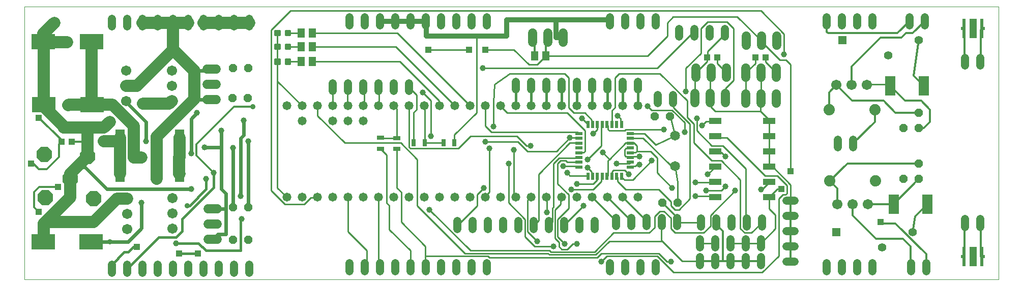
<source format=gtl>
G75*
%MOIN*%
%OFA0B0*%
%FSLAX25Y25*%
%IPPOS*%
%LPD*%
%AMOC8*
5,1,8,0,0,1.08239X$1,22.5*
%
%ADD10C,0.00000*%
%ADD11OC8,0.05200*%
%ADD12C,0.06000*%
%ADD13OC8,0.10000*%
%ADD14R,0.07900X0.04300*%
%ADD15C,0.05800*%
%ADD16C,0.06750*%
%ADD17R,0.05000X0.02200*%
%ADD18R,0.02200X0.05000*%
%ADD19C,0.06500*%
%ADD20C,0.05200*%
%ADD21R,0.15748X0.09843*%
%ADD22R,0.06181X0.11102*%
%ADD23R,0.03150X0.04724*%
%ADD24R,0.04724X0.03150*%
%ADD25R,0.05543X0.05543*%
%ADD26C,0.05543*%
%ADD27R,0.07087X0.12598*%
%ADD28C,0.07400*%
%ADD29R,0.05118X0.05906*%
%ADD30C,0.01181*%
%ADD31R,0.01969X0.12992*%
%ADD32R,0.01575X0.01969*%
%ADD33R,0.05118X0.12992*%
%ADD34R,0.03937X0.04331*%
%ADD35R,0.04331X0.03937*%
%ADD36C,0.00984*%
%ADD37C,0.03962*%
%ADD38C,0.02400*%
%ADD39C,0.01000*%
%ADD40C,0.01575*%
%ADD41C,0.01200*%
%ADD42R,0.03962X0.03962*%
%ADD43C,0.07874*%
%ADD44C,0.03569*%
%ADD45C,0.03200*%
%ADD46C,0.01600*%
D10*
X0115195Y0123933D02*
X0115195Y0302634D01*
X0753659Y0302634D01*
X0753659Y0123933D01*
X0115195Y0123933D01*
D11*
X0251967Y0149681D03*
X0261967Y0149681D03*
X0261967Y0171020D03*
X0251967Y0171020D03*
X0251573Y0242634D03*
X0261573Y0242634D03*
X0261967Y0262594D03*
X0251967Y0262594D03*
X0528089Y0230665D03*
X0538089Y0230665D03*
X0533148Y0174209D03*
X0543148Y0174209D03*
X0691396Y0189799D03*
X0701396Y0189799D03*
X0701396Y0199799D03*
X0701396Y0223264D03*
X0691396Y0223264D03*
X0701396Y0233264D03*
D12*
X0607974Y0239366D02*
X0607974Y0245366D01*
X0597974Y0245366D02*
X0597974Y0239366D01*
X0587974Y0239366D02*
X0587974Y0245366D01*
X0574510Y0245681D02*
X0574510Y0239681D01*
X0564510Y0239681D02*
X0564510Y0245681D01*
X0554510Y0245681D02*
X0554510Y0239681D01*
X0555297Y0256374D02*
X0555297Y0262374D01*
X0565297Y0262374D02*
X0565297Y0256374D01*
X0575297Y0256374D02*
X0575297Y0262374D01*
X0587974Y0262453D02*
X0587974Y0256453D01*
X0597974Y0256453D02*
X0597974Y0262453D01*
X0607974Y0262453D02*
X0607974Y0256453D01*
X0608100Y0277335D02*
X0608100Y0283335D01*
X0598100Y0283335D02*
X0598100Y0277335D01*
X0588100Y0277335D02*
X0588100Y0283335D01*
X0468112Y0285382D02*
X0468112Y0279382D01*
X0458112Y0279382D02*
X0458112Y0285382D01*
X0448112Y0285382D02*
X0448112Y0279382D01*
X0240793Y0261650D02*
X0234793Y0261650D01*
X0234793Y0251650D02*
X0240793Y0251650D01*
X0240793Y0241650D02*
X0234793Y0241650D01*
X0235581Y0169988D02*
X0241581Y0169988D01*
X0241581Y0159988D02*
X0235581Y0159988D01*
X0235581Y0149988D02*
X0241581Y0149988D01*
D13*
X0160510Y0176807D03*
X0145116Y0189878D03*
X0129014Y0177516D03*
X0128069Y0205665D03*
X0156415Y0204484D03*
D14*
X0567889Y0207634D03*
X0567889Y0217634D03*
X0567889Y0227634D03*
X0603289Y0227634D03*
X0603289Y0217634D03*
X0603289Y0207634D03*
X0603289Y0197634D03*
X0603289Y0187634D03*
X0603289Y0177634D03*
X0567889Y0177634D03*
X0567889Y0187634D03*
X0567889Y0197634D03*
D15*
X0517100Y0177862D03*
X0507100Y0177862D03*
X0497100Y0177862D03*
X0487100Y0177862D03*
X0477100Y0177862D03*
X0467100Y0177862D03*
X0457100Y0177862D03*
X0447100Y0177862D03*
X0437100Y0177862D03*
X0427100Y0177862D03*
X0417100Y0177862D03*
X0407100Y0177862D03*
X0397100Y0177862D03*
X0387100Y0177862D03*
X0377100Y0177862D03*
X0367100Y0177862D03*
X0357100Y0177862D03*
X0347100Y0177862D03*
X0337100Y0177862D03*
X0327100Y0177862D03*
X0317100Y0177862D03*
X0307100Y0177862D03*
X0297100Y0177862D03*
X0287100Y0177862D03*
X0297100Y0227862D03*
X0297100Y0237862D03*
X0287100Y0237862D03*
X0307100Y0237862D03*
X0317100Y0237862D03*
X0327100Y0237862D03*
X0337100Y0237862D03*
X0347100Y0237862D03*
X0357100Y0237862D03*
X0367100Y0237862D03*
X0377100Y0237862D03*
X0387100Y0237862D03*
X0397100Y0237862D03*
X0407100Y0237862D03*
X0417100Y0237862D03*
X0427100Y0237862D03*
X0437100Y0237862D03*
X0447100Y0237862D03*
X0457100Y0237862D03*
X0467100Y0237862D03*
X0477100Y0237862D03*
X0487100Y0237862D03*
X0497100Y0237862D03*
X0507100Y0237862D03*
X0517100Y0237862D03*
X0337100Y0227862D03*
X0327100Y0227862D03*
X0317100Y0227862D03*
D16*
X0211793Y0240941D03*
X0211793Y0250941D03*
X0211793Y0260941D03*
X0181998Y0260862D03*
X0181998Y0250862D03*
X0181998Y0240862D03*
X0182675Y0176650D03*
X0182675Y0166650D03*
X0182675Y0156650D03*
X0212085Y0157043D03*
X0212085Y0167043D03*
X0212085Y0177043D03*
X0647852Y0173146D03*
X0657852Y0173146D03*
X0667852Y0173146D03*
X0667360Y0251394D03*
X0657360Y0251394D03*
X0647360Y0251394D03*
D17*
X0512323Y0219531D03*
X0512323Y0216382D03*
X0512323Y0213232D03*
X0512323Y0210083D03*
X0512323Y0206933D03*
X0512323Y0203783D03*
X0512323Y0200634D03*
X0512323Y0197484D03*
X0478523Y0197484D03*
X0478523Y0200634D03*
X0478523Y0203783D03*
X0478523Y0206933D03*
X0478523Y0210083D03*
X0478523Y0213232D03*
X0478523Y0216382D03*
X0478523Y0219531D03*
D18*
X0484400Y0225408D03*
X0487549Y0225408D03*
X0490699Y0225408D03*
X0493848Y0225408D03*
X0496998Y0225408D03*
X0500148Y0225408D03*
X0503297Y0225408D03*
X0506447Y0225408D03*
X0506447Y0191608D03*
X0503297Y0191608D03*
X0500148Y0191608D03*
X0496998Y0191608D03*
X0493848Y0191608D03*
X0490699Y0191608D03*
X0487549Y0191608D03*
X0484400Y0191608D03*
D19*
X0541435Y0198185D03*
X0541435Y0218185D03*
D20*
X0540234Y0239443D02*
X0540234Y0244643D01*
X0530234Y0244643D02*
X0530234Y0239443D01*
X0517203Y0248302D02*
X0517203Y0253502D01*
X0507203Y0253502D02*
X0507203Y0248302D01*
X0497203Y0248302D02*
X0497203Y0253502D01*
X0487203Y0253502D02*
X0487203Y0248302D01*
X0477203Y0248302D02*
X0477203Y0253502D01*
X0467203Y0253502D02*
X0467203Y0248302D01*
X0457203Y0248302D02*
X0457203Y0253502D01*
X0447203Y0253502D02*
X0447203Y0248302D01*
X0437203Y0248302D02*
X0437203Y0253502D01*
X0367065Y0252517D02*
X0367065Y0247317D01*
X0357065Y0247317D02*
X0357065Y0252517D01*
X0347065Y0252517D02*
X0347065Y0247317D01*
X0337065Y0247317D02*
X0337065Y0252517D01*
X0327065Y0252517D02*
X0327065Y0247317D01*
X0317065Y0247317D02*
X0317065Y0252517D01*
X0328069Y0290624D02*
X0328069Y0295824D01*
X0338069Y0295824D02*
X0338069Y0290624D01*
X0348069Y0290624D02*
X0348069Y0295824D01*
X0358069Y0295824D02*
X0358069Y0290624D01*
X0368069Y0290624D02*
X0368069Y0295824D01*
X0378069Y0295824D02*
X0378069Y0290624D01*
X0388069Y0290624D02*
X0388069Y0295824D01*
X0398069Y0295824D02*
X0398069Y0290624D01*
X0408069Y0290624D02*
X0408069Y0295824D01*
X0418069Y0295824D02*
X0418069Y0290624D01*
X0498738Y0290624D02*
X0498738Y0295824D01*
X0508738Y0295824D02*
X0508738Y0290624D01*
X0518738Y0290624D02*
X0518738Y0295824D01*
X0528738Y0295824D02*
X0528738Y0290624D01*
X0544211Y0288210D02*
X0544211Y0283010D01*
X0554211Y0283010D02*
X0554211Y0288210D01*
X0564211Y0288210D02*
X0564211Y0283010D01*
X0574211Y0283010D02*
X0574211Y0288210D01*
X0640963Y0290624D02*
X0640963Y0295824D01*
X0650963Y0295824D02*
X0650963Y0290624D01*
X0660963Y0290624D02*
X0660963Y0295824D01*
X0670963Y0295824D02*
X0670963Y0290624D01*
X0695077Y0290624D02*
X0695077Y0295824D01*
X0705077Y0295824D02*
X0705077Y0290624D01*
X0731494Y0269250D02*
X0731494Y0264050D01*
X0741494Y0264050D02*
X0741494Y0269250D01*
X0658344Y0215608D02*
X0658344Y0210408D01*
X0648344Y0210408D02*
X0648344Y0215608D01*
X0619763Y0175429D02*
X0614563Y0175429D01*
X0614563Y0165429D02*
X0619763Y0165429D01*
X0619763Y0155429D02*
X0614563Y0155429D01*
X0598667Y0158538D02*
X0598667Y0163738D01*
X0588667Y0163738D02*
X0588667Y0158538D01*
X0578667Y0158538D02*
X0578667Y0163738D01*
X0568667Y0163738D02*
X0568667Y0158538D01*
X0558667Y0158538D02*
X0558667Y0163738D01*
X0542872Y0163990D02*
X0542872Y0158790D01*
X0532872Y0158790D02*
X0532872Y0163990D01*
X0522872Y0163990D02*
X0522872Y0158790D01*
X0512872Y0158790D02*
X0512872Y0163990D01*
X0502872Y0163990D02*
X0502872Y0158790D01*
X0488935Y0156766D02*
X0488935Y0161966D01*
X0478935Y0161966D02*
X0478935Y0156766D01*
X0468935Y0156766D02*
X0468935Y0161966D01*
X0458935Y0161966D02*
X0458935Y0156766D01*
X0448935Y0156766D02*
X0448935Y0161966D01*
X0438935Y0161966D02*
X0438935Y0156766D01*
X0428935Y0156766D02*
X0428935Y0161966D01*
X0418935Y0161966D02*
X0418935Y0156766D01*
X0408935Y0156766D02*
X0408935Y0161966D01*
X0398935Y0161966D02*
X0398935Y0156766D01*
X0398069Y0134407D02*
X0398069Y0129207D01*
X0388069Y0129207D02*
X0388069Y0134407D01*
X0378069Y0134407D02*
X0378069Y0129207D01*
X0368069Y0129207D02*
X0368069Y0134407D01*
X0358069Y0134407D02*
X0358069Y0129207D01*
X0348069Y0129207D02*
X0348069Y0134407D01*
X0338069Y0134407D02*
X0338069Y0129207D01*
X0328069Y0129207D02*
X0328069Y0134407D01*
X0262557Y0133423D02*
X0262557Y0128223D01*
X0252557Y0128223D02*
X0252557Y0133423D01*
X0242557Y0133423D02*
X0242557Y0128223D01*
X0232557Y0128223D02*
X0232557Y0133423D01*
X0222557Y0133423D02*
X0222557Y0128223D01*
X0212557Y0128223D02*
X0212557Y0133423D01*
X0202557Y0133423D02*
X0202557Y0128223D01*
X0192557Y0128223D02*
X0192557Y0133423D01*
X0182557Y0133423D02*
X0182557Y0128223D01*
X0172557Y0128223D02*
X0172557Y0133423D01*
X0408069Y0134407D02*
X0408069Y0129207D01*
X0418069Y0129207D02*
X0418069Y0134407D01*
X0498738Y0134407D02*
X0498738Y0129207D01*
X0508738Y0129207D02*
X0508738Y0134407D01*
X0518738Y0134407D02*
X0518738Y0129207D01*
X0528738Y0129207D02*
X0528738Y0134407D01*
X0557793Y0133144D02*
X0557793Y0138344D01*
X0567793Y0138344D02*
X0567793Y0133144D01*
X0577793Y0133144D02*
X0577793Y0138344D01*
X0577793Y0144955D02*
X0577793Y0150155D01*
X0567793Y0150155D02*
X0567793Y0144955D01*
X0557793Y0144955D02*
X0557793Y0150155D01*
X0587793Y0150155D02*
X0587793Y0144955D01*
X0597793Y0144955D02*
X0597793Y0150155D01*
X0614563Y0145429D02*
X0619763Y0145429D01*
X0619763Y0135429D02*
X0614563Y0135429D01*
X0597793Y0133144D02*
X0597793Y0138344D01*
X0587793Y0138344D02*
X0587793Y0133144D01*
X0640963Y0134407D02*
X0640963Y0129207D01*
X0650963Y0129207D02*
X0650963Y0134407D01*
X0660963Y0134407D02*
X0660963Y0129207D01*
X0670963Y0129207D02*
X0670963Y0134407D01*
X0696081Y0134407D02*
X0696081Y0129207D01*
X0706081Y0129207D02*
X0706081Y0134407D01*
X0731514Y0158243D02*
X0731514Y0163443D01*
X0741514Y0163443D02*
X0741514Y0158243D01*
X0262557Y0289640D02*
X0262557Y0294840D01*
X0252557Y0294840D02*
X0252557Y0289640D01*
X0242557Y0289640D02*
X0242557Y0294840D01*
X0232557Y0294840D02*
X0232557Y0289640D01*
X0222557Y0289640D02*
X0222557Y0294840D01*
X0212557Y0294840D02*
X0212557Y0289640D01*
X0202557Y0289640D02*
X0202557Y0294840D01*
X0192557Y0294840D02*
X0192557Y0289640D01*
X0182557Y0289640D02*
X0182557Y0294840D01*
X0172557Y0294840D02*
X0172557Y0289640D01*
D21*
X0159156Y0279642D03*
X0127659Y0279642D03*
X0128022Y0238547D03*
X0159518Y0238547D03*
X0158959Y0148539D03*
X0127463Y0148539D03*
D22*
X0177746Y0192972D03*
X0216801Y0192972D03*
X0216801Y0216831D03*
X0177746Y0216831D03*
D23*
X0370321Y0213461D03*
X0377407Y0213461D03*
X0389833Y0213461D03*
X0396919Y0213461D03*
D24*
X0359329Y0216413D03*
X0348423Y0216665D03*
X0348423Y0209579D03*
X0359329Y0209327D03*
D25*
X0647380Y0154858D03*
X0651317Y0280843D03*
D26*
X0681317Y0270843D03*
X0701317Y0280843D03*
X0697380Y0154858D03*
X0677380Y0144858D03*
D27*
X0684880Y0173146D03*
X0706927Y0173146D03*
X0704467Y0250902D03*
X0682419Y0250902D03*
D28*
X0672518Y0235154D03*
X0642518Y0235154D03*
X0643010Y0188402D03*
X0673010Y0188402D03*
D29*
X0457026Y0270587D03*
X0449545Y0270587D03*
X0303974Y0266650D03*
X0296494Y0266650D03*
X0296494Y0276492D03*
X0303974Y0276492D03*
X0303974Y0285350D03*
X0296494Y0285350D03*
D30*
X0289317Y0286728D02*
X0289317Y0283972D01*
X0286561Y0283972D01*
X0286561Y0286728D01*
X0289317Y0286728D01*
X0289317Y0285152D02*
X0286561Y0285152D01*
X0286561Y0286332D02*
X0289317Y0286332D01*
X0282411Y0286728D02*
X0282411Y0283972D01*
X0279655Y0283972D01*
X0279655Y0286728D01*
X0282411Y0286728D01*
X0282411Y0285152D02*
X0279655Y0285152D01*
X0279655Y0286332D02*
X0282411Y0286332D01*
X0282411Y0277870D02*
X0282411Y0275114D01*
X0279655Y0275114D01*
X0279655Y0277870D01*
X0282411Y0277870D01*
X0282411Y0276294D02*
X0279655Y0276294D01*
X0279655Y0277474D02*
X0282411Y0277474D01*
X0289317Y0277870D02*
X0289317Y0275114D01*
X0286561Y0275114D01*
X0286561Y0277870D01*
X0289317Y0277870D01*
X0289317Y0276294D02*
X0286561Y0276294D01*
X0286561Y0277474D02*
X0289317Y0277474D01*
X0289317Y0268028D02*
X0289317Y0265272D01*
X0286561Y0265272D01*
X0286561Y0268028D01*
X0289317Y0268028D01*
X0289317Y0266452D02*
X0286561Y0266452D01*
X0286561Y0267632D02*
X0289317Y0267632D01*
X0282411Y0268028D02*
X0282411Y0265272D01*
X0279655Y0265272D01*
X0279655Y0268028D01*
X0282411Y0268028D01*
X0282411Y0266452D02*
X0279655Y0266452D01*
X0279655Y0267632D02*
X0282411Y0267632D01*
X0731301Y0267028D02*
X0731301Y0287583D01*
X0742026Y0287583D02*
X0742026Y0267028D01*
X0742026Y0160382D02*
X0742026Y0138933D01*
X0731301Y0138933D02*
X0731301Y0160382D01*
D31*
X0730844Y0138697D03*
X0742656Y0138697D03*
X0742656Y0288303D03*
X0730844Y0288303D03*
D32*
X0729467Y0288303D03*
X0744033Y0288303D03*
X0744033Y0138697D03*
X0729467Y0138697D03*
D33*
X0736750Y0138697D03*
X0736750Y0288303D03*
D34*
X0600825Y0269602D03*
X0594132Y0269602D03*
X0569329Y0269602D03*
X0562636Y0269602D03*
D35*
X0146100Y0213992D03*
X0139407Y0213992D03*
D36*
X0281033Y0183929D02*
X0287100Y0177862D01*
X0281033Y0183929D02*
X0281033Y0253929D01*
X0297100Y0237862D01*
X0281033Y0253929D02*
X0281033Y0266650D01*
X0281033Y0276492D01*
X0281033Y0285350D01*
X0287939Y0285350D02*
X0296494Y0285350D01*
X0303974Y0285350D02*
X0359612Y0285350D01*
X0407100Y0237862D01*
X0411455Y0233185D02*
X0411455Y0283382D01*
X0406533Y0274524D02*
X0379959Y0274524D01*
X0361258Y0266650D02*
X0303974Y0266650D01*
X0296494Y0266650D02*
X0287939Y0266650D01*
X0287939Y0276492D02*
X0296494Y0276492D01*
X0303974Y0276492D02*
X0358470Y0276492D01*
X0397100Y0237862D01*
X0387100Y0237862D02*
X0386848Y0238114D01*
X0386848Y0241059D01*
X0361258Y0266650D01*
X0367065Y0249917D02*
X0372085Y0244898D01*
X0372085Y0235154D01*
X0370321Y0233390D01*
X0370321Y0213461D01*
X0377407Y0213461D02*
X0389833Y0213461D01*
X0396919Y0213461D02*
X0396919Y0218650D01*
X0411455Y0233185D01*
X0417100Y0237862D02*
X0417100Y0224587D01*
X0421297Y0220390D01*
X0477665Y0220390D01*
X0478523Y0219531D01*
X0512323Y0219531D02*
X0512449Y0219406D01*
X0521691Y0219406D01*
X0528817Y0212280D01*
X0541435Y0218185D01*
X0538482Y0230272D01*
X0538089Y0230665D01*
X0554510Y0242681D02*
X0554510Y0258587D01*
X0555297Y0259374D01*
X0562636Y0266713D01*
X0562636Y0269602D01*
X0563030Y0269996D01*
X0563030Y0273539D01*
X0574211Y0284720D01*
X0574211Y0285610D01*
X0582258Y0296177D02*
X0598100Y0280335D01*
X0598100Y0279807D01*
X0610274Y0267634D01*
X0614211Y0267634D01*
X0617163Y0264681D01*
X0617163Y0194799D01*
X0617163Y0185941D02*
X0605470Y0197634D01*
X0603289Y0197634D01*
X0603289Y0207634D01*
X0603289Y0217634D01*
X0603289Y0227634D01*
X0603289Y0228359D01*
X0597478Y0234169D01*
X0597478Y0241870D01*
X0597974Y0242366D01*
X0597974Y0259453D01*
X0594132Y0265610D02*
X0587974Y0259453D01*
X0587974Y0242366D01*
X0597478Y0234169D02*
X0567951Y0234169D01*
X0564998Y0237122D01*
X0564998Y0242193D01*
X0564510Y0242681D01*
X0564510Y0258587D01*
X0565297Y0259374D01*
X0569329Y0265343D02*
X0575297Y0259374D01*
X0569329Y0265343D02*
X0569329Y0269602D01*
X0594132Y0269602D02*
X0594132Y0265610D01*
X0600825Y0266602D02*
X0600825Y0269602D01*
X0600825Y0266602D02*
X0607974Y0259453D01*
X0536455Y0283382D02*
X0536455Y0292240D01*
X0540392Y0296177D01*
X0582258Y0296177D01*
X0536455Y0283382D02*
X0523659Y0270587D01*
X0457026Y0270587D01*
X0451120Y0264681D01*
X0445904Y0264681D01*
X0436061Y0274524D01*
X0417360Y0274524D01*
X0377407Y0237555D02*
X0377100Y0237862D01*
X0377407Y0237555D02*
X0377407Y0213461D01*
X0359329Y0216413D02*
X0359329Y0235634D01*
X0357100Y0237862D01*
X0359329Y0216413D02*
X0348675Y0216413D01*
X0348423Y0216665D01*
X0348423Y0209579D02*
X0352400Y0205602D01*
X0352400Y0174130D01*
X0354368Y0172161D01*
X0354368Y0156413D01*
X0368069Y0142713D01*
X0368069Y0131807D01*
X0377990Y0131886D02*
X0378069Y0131807D01*
X0377990Y0131886D02*
X0377990Y0139126D01*
X0377990Y0145587D01*
X0362242Y0161335D01*
X0362242Y0181020D01*
X0359329Y0183933D01*
X0359329Y0209327D01*
X0327100Y0177862D02*
X0327100Y0155138D01*
X0339604Y0142634D01*
X0339604Y0133343D01*
X0338069Y0131807D01*
X0487100Y0177862D02*
X0502872Y0162091D01*
X0502872Y0161390D01*
X0512872Y0161390D02*
X0512872Y0162091D01*
X0497100Y0177862D01*
X0507100Y0177862D02*
X0522872Y0162091D01*
X0522872Y0161390D01*
X0532518Y0161035D02*
X0532872Y0161390D01*
X0532518Y0161035D02*
X0532518Y0149524D01*
X0532823Y0149219D01*
X0546297Y0135744D01*
X0557793Y0135744D01*
X0557793Y0147555D02*
X0567793Y0147555D01*
X0577793Y0147555D02*
X0587793Y0147555D01*
X0597793Y0147555D01*
X0607321Y0157083D01*
X0607321Y0166256D01*
X0603289Y0170288D01*
X0603289Y0177634D01*
X0608643Y0182988D01*
X0611258Y0182988D01*
X0617163Y0185941D02*
X0617163Y0175429D01*
X0558667Y0161138D02*
X0543124Y0161138D01*
X0542872Y0161390D01*
X0542872Y0164484D01*
X0533148Y0174209D01*
X0543148Y0174209D02*
X0543148Y0187614D01*
X0541435Y0198185D01*
X0538482Y0198677D01*
X0520707Y0216453D01*
X0512394Y0216453D01*
X0512323Y0216382D01*
D37*
X0518262Y0204366D03*
X0526305Y0201685D03*
X0518262Y0199004D03*
X0511112Y0192748D03*
X0503069Y0199898D03*
X0494132Y0207047D03*
X0484301Y0202579D03*
X0484301Y0197217D03*
X0470896Y0193642D03*
X0468215Y0198110D03*
X0477152Y0186492D03*
X0473577Y0182917D03*
X0481620Y0172193D03*
X0457490Y0167724D03*
X0451234Y0148957D03*
X0461959Y0145382D03*
X0469108Y0147169D03*
X0477152Y0147169D03*
X0493238Y0135551D03*
X0538817Y0135551D03*
X0554904Y0178449D03*
X0562053Y0182024D03*
X0554904Y0187386D03*
X0562947Y0192748D03*
X0574565Y0184705D03*
X0580821Y0182024D03*
X0597801Y0182917D03*
X0574565Y0204366D03*
X0547754Y0220453D03*
X0559372Y0224921D03*
X0555797Y0229390D03*
X0534348Y0222240D03*
X0523624Y0237433D03*
X0503963Y0231177D03*
X0487876Y0219559D03*
X0472683Y0216878D03*
X0446766Y0211516D03*
X0436041Y0208835D03*
X0419955Y0209728D03*
X0417274Y0214197D03*
X0422636Y0224028D03*
X0381526Y0217772D03*
X0432467Y0199898D03*
X0416380Y0183811D03*
X0380632Y0169512D03*
X0261848Y0214484D03*
X0252006Y0210055D03*
X0244132Y0221374D03*
X0258896Y0228264D03*
X0228384Y0233185D03*
X0192951Y0239091D03*
X0171297Y0227280D03*
X0143738Y0238106D03*
X0167360Y0214484D03*
X0191967Y0203657D03*
X0194919Y0214484D03*
X0216573Y0203657D03*
X0224447Y0206610D03*
X0233305Y0210547D03*
X0239211Y0193815D03*
X0234289Y0189878D03*
X0224447Y0182988D03*
X0201809Y0189878D03*
X0191967Y0174130D03*
X0214604Y0147555D03*
X0257419Y0163303D03*
X0256927Y0178559D03*
X0376163Y0246370D03*
X0415486Y0262457D03*
X0480726Y0229390D03*
X0548648Y0247264D03*
X0612994Y0271394D03*
X0539711Y0183811D03*
D38*
X0261848Y0179012D02*
X0261967Y0171020D01*
X0251967Y0171020D02*
X0252006Y0178933D01*
X0252006Y0210055D01*
X0244132Y0210547D02*
X0233305Y0210547D01*
X0224447Y0206610D02*
X0224447Y0229248D01*
X0228384Y0233185D01*
X0226809Y0241650D02*
X0226415Y0242043D01*
X0226809Y0241650D02*
X0237793Y0241650D01*
X0258896Y0228264D02*
X0258896Y0218421D01*
X0256927Y0216453D01*
X0256927Y0178559D01*
X0261848Y0179012D02*
X0261848Y0214484D01*
X0244132Y0210547D02*
X0244132Y0221374D01*
X0244132Y0210547D02*
X0244132Y0182988D01*
X0247085Y0180035D01*
X0247085Y0170193D01*
X0247085Y0153461D01*
X0242053Y0153461D01*
X0238581Y0149988D01*
X0238581Y0169988D02*
X0238785Y0170193D01*
X0247085Y0170193D01*
X0224447Y0182988D02*
X0169329Y0182988D01*
X0155077Y0197240D01*
X0194919Y0214484D02*
X0194919Y0227280D01*
X0181998Y0240201D01*
X0181998Y0240862D01*
X0226415Y0260744D02*
X0236888Y0260744D01*
X0237793Y0261650D01*
X0191967Y0174130D02*
X0191967Y0157398D01*
X0183108Y0148539D01*
X0171297Y0148539D01*
X0158959Y0148539D01*
D39*
X0276963Y0182024D02*
X0276963Y0287480D01*
X0289474Y0299992D01*
X0597801Y0299992D01*
X0612994Y0284799D01*
X0612994Y0271394D01*
X0579927Y0288374D02*
X0575459Y0292843D01*
X0562947Y0292843D01*
X0558478Y0288374D01*
X0558478Y0272287D01*
X0548648Y0262457D01*
X0548648Y0247264D01*
X0549541Y0241008D02*
X0549541Y0230283D01*
X0554010Y0225815D01*
X0554010Y0213303D01*
X0565628Y0201685D01*
X0571884Y0201685D01*
X0584396Y0189173D01*
X0584396Y0157000D01*
X0587077Y0154319D01*
X0591545Y0154319D01*
X0597801Y0160575D01*
X0598667Y0161138D01*
X0588667Y0161138D02*
X0587970Y0161469D01*
X0587970Y0196323D01*
X0572778Y0211516D01*
X0565628Y0211516D01*
X0555797Y0221346D01*
X0555797Y0229390D01*
X0551329Y0225815D02*
X0540604Y0236539D01*
X0540604Y0241902D01*
X0540234Y0242043D01*
X0549541Y0241008D02*
X0531667Y0258882D01*
X0504856Y0258882D01*
X0502175Y0256201D01*
X0502175Y0236539D01*
X0500388Y0234752D01*
X0500388Y0225815D01*
X0500148Y0225408D01*
X0497707Y0224921D02*
X0496998Y0225408D01*
X0497707Y0224921D02*
X0497707Y0222240D01*
X0498600Y0221346D01*
X0508431Y0221346D01*
X0509325Y0222240D01*
X0534348Y0222240D01*
X0547754Y0220453D02*
X0547754Y0226709D01*
X0539711Y0234752D01*
X0526305Y0234752D01*
X0523624Y0237433D01*
X0505750Y0229390D02*
X0503963Y0231177D01*
X0505750Y0229390D02*
X0505750Y0225815D01*
X0506447Y0225408D01*
X0493848Y0225408D02*
X0493238Y0224921D01*
X0493238Y0211516D01*
X0484301Y0202579D01*
X0481620Y0207047D02*
X0482514Y0207941D01*
X0482514Y0221346D01*
X0470896Y0232965D01*
X0431573Y0232965D01*
X0427104Y0237433D01*
X0427100Y0237862D01*
X0422636Y0240075D02*
X0423266Y0251886D01*
X0433108Y0258776D01*
X0441404Y0258882D01*
X0469108Y0258882D01*
X0471789Y0256201D01*
X0471789Y0236539D01*
X0475364Y0232965D01*
X0482514Y0232965D01*
X0486982Y0228496D01*
X0486982Y0225815D01*
X0487549Y0225408D01*
X0490557Y0224921D02*
X0490699Y0225408D01*
X0490557Y0224921D02*
X0490557Y0222240D01*
X0487876Y0219559D01*
X0478523Y0216382D02*
X0478045Y0216878D01*
X0472683Y0216878D01*
X0463746Y0207941D01*
X0444978Y0207941D01*
X0438722Y0214197D01*
X0417274Y0214197D01*
X0419955Y0209728D02*
X0419955Y0181130D01*
X0417274Y0178449D01*
X0417100Y0177862D01*
X0411911Y0179343D02*
X0411911Y0172193D01*
X0399400Y0159681D01*
X0398935Y0159366D01*
X0407443Y0142701D02*
X0380632Y0169512D01*
X0372589Y0172193D02*
X0403868Y0140913D01*
X0458384Y0140913D01*
X0459278Y0140020D01*
X0489663Y0140020D01*
X0498600Y0148957D01*
X0532561Y0148957D01*
X0532823Y0149219D01*
X0524518Y0154319D02*
X0528093Y0157894D01*
X0528093Y0165043D01*
X0531667Y0168618D01*
X0534348Y0168618D01*
X0538817Y0164150D01*
X0538817Y0157000D01*
X0541498Y0154319D01*
X0560266Y0154319D01*
X0564734Y0158787D01*
X0564734Y0165937D01*
X0580821Y0182024D01*
X0574565Y0184705D02*
X0571884Y0182024D01*
X0562053Y0182024D01*
X0567415Y0178449D02*
X0554904Y0178449D01*
X0551329Y0176661D02*
X0551329Y0225815D01*
X0559372Y0224921D02*
X0562053Y0227602D01*
X0567415Y0227602D01*
X0567889Y0227634D01*
X0567889Y0217634D02*
X0568309Y0216878D01*
X0575459Y0216878D01*
X0600482Y0191854D01*
X0608526Y0191854D01*
X0614781Y0185598D01*
X0614781Y0180236D01*
X0613888Y0179343D01*
X0612100Y0179343D01*
X0609419Y0176661D01*
X0609419Y0139126D01*
X0598695Y0128402D01*
X0540604Y0128402D01*
X0529880Y0139126D01*
X0496813Y0139126D01*
X0493238Y0135551D01*
X0490557Y0138232D02*
X0419955Y0138232D01*
X0419061Y0139126D01*
X0377990Y0139126D01*
X0377951Y0139126D01*
X0407443Y0142701D02*
X0459278Y0142701D01*
X0460171Y0141807D01*
X0488770Y0141807D01*
X0501281Y0154319D01*
X0524518Y0154319D01*
X0530774Y0140913D02*
X0493238Y0140913D01*
X0490557Y0138232D01*
X0477152Y0147169D02*
X0474470Y0147169D01*
X0470896Y0143594D01*
X0467321Y0143594D01*
X0465533Y0145382D01*
X0465533Y0148063D01*
X0462852Y0150744D01*
X0462852Y0169512D01*
X0466427Y0173087D01*
X0466427Y0177555D01*
X0467100Y0177862D01*
X0471789Y0179343D02*
X0471789Y0170406D01*
X0464640Y0163256D01*
X0464640Y0151638D01*
X0469108Y0147169D01*
X0461959Y0145382D02*
X0449447Y0145382D01*
X0443191Y0151638D01*
X0443191Y0163256D01*
X0432467Y0173980D01*
X0432467Y0199898D01*
X0452128Y0192748D02*
X0452128Y0162362D01*
X0449447Y0159681D01*
X0448935Y0159366D01*
X0444978Y0155213D02*
X0444978Y0175768D01*
X0446766Y0177555D01*
X0447100Y0177862D01*
X0457100Y0177862D02*
X0457490Y0177555D01*
X0457490Y0167724D01*
X0461065Y0170406D02*
X0461065Y0161469D01*
X0459278Y0159681D01*
X0458935Y0159366D01*
X0468935Y0159366D02*
X0469108Y0159681D01*
X0481620Y0172193D01*
X0471789Y0179343D02*
X0464640Y0186492D01*
X0464640Y0199898D01*
X0466427Y0201685D01*
X0470002Y0201685D01*
X0470896Y0200791D01*
X0478045Y0200791D01*
X0478523Y0200634D01*
X0478045Y0198110D02*
X0478523Y0197484D01*
X0478045Y0198110D02*
X0468215Y0198110D01*
X0470896Y0193642D02*
X0472683Y0191854D01*
X0484301Y0191854D01*
X0484400Y0191608D01*
X0486982Y0191854D02*
X0486982Y0194535D01*
X0484301Y0197217D01*
X0478523Y0203783D02*
X0478045Y0203472D01*
X0465533Y0203472D01*
X0461959Y0199898D01*
X0461959Y0171299D01*
X0461065Y0170406D01*
X0473577Y0182917D02*
X0487876Y0182917D01*
X0493238Y0188280D01*
X0493238Y0190961D01*
X0493848Y0191608D01*
X0490699Y0191608D02*
X0490557Y0190961D01*
X0490557Y0189173D01*
X0487876Y0186492D01*
X0477152Y0186492D01*
X0486982Y0191854D02*
X0487549Y0191608D01*
X0496998Y0191608D02*
X0497707Y0191854D01*
X0497707Y0201685D01*
X0498600Y0202579D01*
X0494132Y0207047D01*
X0498600Y0202579D02*
X0509325Y0213303D01*
X0512006Y0213303D01*
X0512323Y0213232D01*
X0512900Y0213303D01*
X0514687Y0213303D01*
X0516474Y0211516D01*
X0516474Y0207941D01*
X0525411Y0207941D01*
X0529880Y0203472D01*
X0529880Y0193642D01*
X0539711Y0183811D01*
X0554904Y0187386D02*
X0567415Y0187386D01*
X0567889Y0187634D01*
X0562947Y0192748D02*
X0567415Y0197217D01*
X0567889Y0197634D01*
X0568309Y0207047D02*
X0567889Y0207634D01*
X0568309Y0207047D02*
X0571884Y0207047D01*
X0574565Y0204366D01*
X0598695Y0182917D02*
X0603163Y0187386D01*
X0603289Y0187634D01*
X0598695Y0182917D02*
X0597801Y0182917D01*
X0567889Y0177634D02*
X0567415Y0178449D01*
X0551329Y0176661D02*
X0544179Y0169512D01*
X0541498Y0169512D01*
X0538817Y0172193D01*
X0538817Y0174874D01*
X0530774Y0182917D01*
X0509325Y0182917D01*
X0503963Y0188280D01*
X0503963Y0190961D01*
X0503297Y0191608D01*
X0500388Y0191854D02*
X0500388Y0194535D01*
X0501281Y0195429D01*
X0508431Y0195429D01*
X0511112Y0192748D01*
X0513793Y0189173D02*
X0508431Y0189173D01*
X0506644Y0190961D01*
X0506447Y0191608D01*
X0500388Y0191854D02*
X0500148Y0191608D01*
X0503069Y0199898D02*
X0512006Y0199898D01*
X0512323Y0200634D01*
X0512900Y0198110D02*
X0512323Y0197484D01*
X0512900Y0198110D02*
X0515581Y0198110D01*
X0516474Y0199004D01*
X0518262Y0199004D01*
X0512900Y0204366D02*
X0512323Y0203783D01*
X0512006Y0204366D01*
X0509325Y0204366D01*
X0508431Y0205260D01*
X0508431Y0208835D01*
X0509325Y0209728D01*
X0512006Y0209728D01*
X0512323Y0210083D01*
X0512900Y0207047D02*
X0512323Y0206933D01*
X0512900Y0207047D02*
X0515581Y0207047D01*
X0516474Y0207941D01*
X0518262Y0204366D02*
X0512900Y0204366D01*
X0526305Y0201685D02*
X0513793Y0189173D01*
X0481620Y0207047D02*
X0478939Y0207047D01*
X0478523Y0206933D01*
X0478523Y0213232D02*
X0478045Y0213303D01*
X0472683Y0213303D01*
X0452128Y0192748D01*
X0436935Y0178449D02*
X0437100Y0177862D01*
X0436935Y0178449D02*
X0436041Y0179343D01*
X0436041Y0208835D01*
X0444085Y0211516D02*
X0437829Y0217772D01*
X0407443Y0217772D01*
X0399400Y0209728D01*
X0368120Y0209728D01*
X0367226Y0210622D01*
X0367226Y0237433D01*
X0367100Y0237862D01*
X0376163Y0246370D02*
X0381526Y0241008D01*
X0381526Y0217772D01*
X0372589Y0202579D02*
X0361864Y0213303D01*
X0325222Y0213303D01*
X0307348Y0231177D01*
X0307348Y0237433D01*
X0307100Y0237862D01*
X0317100Y0237862D02*
X0317179Y0238327D01*
X0317179Y0249051D01*
X0317065Y0249917D01*
X0327010Y0249051D02*
X0327065Y0249917D01*
X0327010Y0249051D02*
X0327010Y0238327D01*
X0327100Y0237862D01*
X0337100Y0237862D02*
X0337734Y0238327D01*
X0337734Y0249051D01*
X0337065Y0249917D01*
X0347065Y0249917D02*
X0347565Y0249051D01*
X0347565Y0238327D01*
X0347100Y0237862D01*
X0415486Y0262457D02*
X0529880Y0262457D01*
X0552222Y0284799D01*
X0554010Y0284799D01*
X0554211Y0285610D01*
X0579927Y0288374D02*
X0579927Y0254413D01*
X0574565Y0249051D01*
X0574565Y0242795D01*
X0574510Y0242681D01*
X0484400Y0225408D02*
X0484301Y0225815D01*
X0480726Y0229390D01*
X0446766Y0211516D02*
X0444085Y0211516D01*
X0422636Y0224028D02*
X0422636Y0240075D01*
X0422636Y0240114D01*
X0372589Y0202579D02*
X0372589Y0172193D01*
X0347100Y0177862D02*
X0347100Y0132776D01*
X0302880Y0177555D02*
X0298411Y0173087D01*
X0285900Y0173087D01*
X0276963Y0182024D01*
X0302880Y0177555D02*
X0306455Y0177555D01*
X0307100Y0177862D01*
X0411911Y0179343D02*
X0416380Y0183811D01*
X0444978Y0155213D02*
X0451234Y0148957D01*
X0530774Y0140913D02*
X0536136Y0135551D01*
X0538817Y0135551D01*
X0729467Y0138697D02*
X0729514Y0138933D01*
X0730407Y0138933D01*
X0730844Y0138697D01*
X0731301Y0138933D01*
X0742026Y0138933D02*
X0742656Y0138697D01*
X0742919Y0138933D01*
X0743813Y0138933D01*
X0744033Y0138697D01*
X0742026Y0160382D02*
X0741514Y0160843D01*
X0731514Y0160843D02*
X0731301Y0160382D01*
X0682419Y0250902D02*
X0681809Y0251732D01*
X0667510Y0251732D01*
X0667360Y0251394D01*
X0731301Y0267028D02*
X0731494Y0266650D01*
X0741494Y0266650D02*
X0742026Y0267028D01*
X0742026Y0287583D02*
X0742656Y0288303D01*
X0742919Y0288476D01*
X0743813Y0288476D01*
X0744033Y0288303D01*
X0731301Y0287583D02*
X0730844Y0288303D01*
X0730407Y0288476D01*
X0729514Y0288476D01*
X0729467Y0288303D01*
D40*
X0257419Y0163303D02*
X0256927Y0162319D01*
X0256927Y0142634D01*
X0234289Y0142634D01*
X0229368Y0147555D01*
X0214604Y0147555D01*
X0214604Y0151492D02*
X0203226Y0151492D01*
X0182557Y0130823D01*
X0214604Y0151492D02*
X0218541Y0155429D01*
X0218541Y0163303D01*
X0239211Y0183972D01*
X0239211Y0193815D01*
X0234289Y0189878D02*
X0234289Y0182988D01*
X0223463Y0172161D01*
X0221986Y0172161D01*
X0155077Y0197240D02*
X0152478Y0197240D01*
X0145116Y0189878D01*
X0155077Y0197240D02*
X0152124Y0200193D01*
D41*
X0137833Y0204150D02*
X0137833Y0212417D01*
X0139407Y0213992D01*
X0139407Y0215370D01*
X0124545Y0229740D01*
X0146100Y0213992D02*
X0155549Y0213992D01*
X0156533Y0213008D01*
X0137833Y0204150D02*
X0129959Y0196276D01*
X0124545Y0196276D01*
X0121100Y0199720D01*
X0119624Y0199720D01*
X0125037Y0184465D02*
X0121593Y0181020D01*
X0121593Y0171177D01*
X0124545Y0168224D01*
X0125037Y0184465D02*
X0137341Y0184465D01*
X0227892Y0205134D02*
X0239211Y0193815D01*
X0227892Y0205134D02*
X0227892Y0212516D01*
X0252498Y0237122D01*
X0264801Y0237122D01*
X0449545Y0270587D02*
X0449545Y0280949D01*
X0448112Y0282382D01*
X0457026Y0281295D02*
X0458112Y0282382D01*
X0457026Y0281295D02*
X0457026Y0270587D01*
X0640963Y0286157D02*
X0641770Y0285350D01*
X0687203Y0285350D01*
X0695077Y0293224D01*
X0692951Y0285350D02*
X0697203Y0285350D01*
X0705077Y0293224D01*
X0692951Y0285350D02*
X0689998Y0282398D01*
X0676219Y0282398D01*
X0657360Y0263539D01*
X0657360Y0251394D01*
X0647360Y0251394D02*
X0642518Y0246551D01*
X0642518Y0235154D01*
X0657695Y0241059D02*
X0647360Y0251394D01*
X0657695Y0241059D02*
X0678187Y0241059D01*
X0685982Y0233264D01*
X0701396Y0233264D01*
X0708699Y0235154D02*
X0702793Y0241059D01*
X0692262Y0241059D01*
X0682419Y0250902D01*
X0697872Y0257496D02*
X0704467Y0250902D01*
X0697872Y0257496D02*
X0701317Y0280843D01*
X0640963Y0286157D02*
X0640963Y0293224D01*
X0672518Y0235154D02*
X0672518Y0227181D01*
X0658344Y0213008D01*
X0654407Y0199799D02*
X0643010Y0188402D01*
X0647852Y0183559D01*
X0647852Y0173146D01*
X0657852Y0173146D02*
X0657852Y0165921D01*
X0673266Y0150508D01*
X0690982Y0150508D01*
X0695904Y0145587D01*
X0695904Y0131984D01*
X0696081Y0131807D01*
X0706081Y0131807D02*
X0706081Y0140331D01*
X0686061Y0160350D01*
X0677203Y0160350D01*
X0676219Y0161335D01*
X0697380Y0154858D02*
X0698856Y0165075D01*
X0706927Y0173146D01*
X0701396Y0189799D02*
X0684880Y0173283D01*
X0684880Y0173146D01*
X0667852Y0173146D01*
X0654407Y0199799D02*
X0701396Y0199799D01*
X0701396Y0223264D02*
X0704683Y0223264D01*
X0708699Y0227280D01*
X0708699Y0235154D01*
X0617163Y0175429D02*
X0617163Y0165429D01*
X0617163Y0155429D01*
X0617163Y0145429D01*
X0617163Y0135429D01*
X0597793Y0135744D02*
X0587793Y0135744D01*
X0577793Y0135744D01*
X0572872Y0135744D01*
X0572872Y0155429D01*
X0568667Y0159634D01*
X0568667Y0161138D01*
X0567793Y0135744D02*
X0557793Y0135744D01*
X0567793Y0135744D02*
X0572872Y0135744D01*
D42*
X0676219Y0161335D03*
X0611258Y0182988D03*
X0617163Y0194799D03*
X0417360Y0274524D03*
X0406533Y0274524D03*
X0379959Y0274524D03*
X0143246Y0279445D03*
X0124545Y0229740D03*
X0119624Y0199720D03*
X0137341Y0184465D03*
X0124545Y0168224D03*
X0189014Y0145094D03*
X0216573Y0140665D03*
X0228876Y0140665D03*
D43*
X0175785Y0176650D02*
X0160470Y0161335D01*
X0128974Y0161335D01*
X0127990Y0160350D01*
X0127990Y0149067D01*
X0127463Y0148539D01*
X0128974Y0161335D02*
X0145116Y0177476D01*
X0145116Y0189878D01*
X0145116Y0193185D01*
X0152124Y0200193D01*
X0156415Y0204484D01*
X0156533Y0204484D01*
X0156533Y0213008D01*
X0156533Y0223343D01*
X0167360Y0223343D01*
X0171297Y0227280D01*
X0156533Y0223343D02*
X0140785Y0223343D01*
X0140785Y0224327D01*
X0128022Y0237091D01*
X0128022Y0238547D01*
X0128022Y0279280D01*
X0127659Y0279642D01*
X0143246Y0279445D01*
X0134880Y0292240D02*
X0127659Y0285020D01*
X0127659Y0279642D01*
X0159156Y0279642D02*
X0159156Y0238909D01*
X0159518Y0238547D01*
X0172825Y0238547D01*
X0187045Y0224327D01*
X0187045Y0203657D01*
X0191967Y0203657D01*
X0177746Y0192972D02*
X0177746Y0214484D01*
X0177746Y0216831D01*
X0174250Y0214484D02*
X0167360Y0214484D01*
X0201809Y0217437D02*
X0226415Y0242043D01*
X0226415Y0260744D01*
X0212636Y0274524D01*
X0212557Y0292240D01*
X0202557Y0292240D01*
X0192557Y0292240D01*
X0212557Y0292240D02*
X0222557Y0292240D01*
X0232557Y0292240D02*
X0242557Y0292240D01*
X0252557Y0292240D01*
X0262557Y0292240D01*
X0212636Y0274524D02*
X0188974Y0250862D01*
X0181998Y0250862D01*
X0192951Y0239091D02*
X0209943Y0239091D01*
X0211793Y0240941D01*
X0216801Y0216831D02*
X0216801Y0203886D01*
X0216573Y0203657D01*
X0216573Y0193201D01*
X0216801Y0192972D01*
X0201809Y0189878D02*
X0201809Y0217437D01*
X0159518Y0238547D02*
X0144179Y0238547D01*
X0143738Y0238106D01*
X0175785Y0176650D02*
X0182675Y0176650D01*
D44*
X0221986Y0172161D03*
X0171297Y0148539D03*
X0127990Y0160350D03*
X0264801Y0237122D03*
D45*
X0177746Y0214484D02*
X0174250Y0214484D01*
X0348069Y0293224D02*
X0358069Y0293224D01*
X0368069Y0293224D01*
X0378069Y0293224D01*
X0378482Y0292811D01*
X0378482Y0283382D01*
X0411455Y0283382D01*
X0431140Y0283382D01*
X0431140Y0294209D01*
X0463620Y0294209D01*
X0463620Y0282382D01*
X0468112Y0282382D01*
X0463620Y0294209D02*
X0498738Y0294209D01*
X0498738Y0293224D01*
D46*
X0497203Y0250902D02*
X0497100Y0237862D01*
X0487100Y0237862D02*
X0487203Y0250902D01*
X0477203Y0250902D02*
X0477100Y0237862D01*
X0467100Y0237862D02*
X0467203Y0250902D01*
X0457203Y0250902D02*
X0457100Y0237862D01*
X0447100Y0237862D02*
X0447203Y0250902D01*
X0437203Y0250902D02*
X0437100Y0237862D01*
X0507100Y0237862D02*
X0507203Y0250902D01*
X0517203Y0250902D02*
X0517100Y0237862D01*
X0348069Y0131807D02*
X0347100Y0132776D01*
X0228876Y0140665D02*
X0216573Y0140665D01*
X0189014Y0145094D02*
X0186553Y0145094D01*
X0183108Y0141650D01*
X0180648Y0141650D01*
X0172557Y0133559D01*
X0172557Y0130823D01*
M02*

</source>
